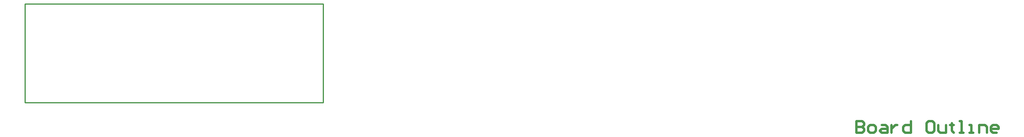
<source format=gm1>
G04 Layer_Color=16711935*
%FSLAX25Y25*%
%MOIN*%
G70*
G01*
G75*
%ADD46C,0.01000*%
%ADD50C,0.02000*%
D46*
X15000Y57500D02*
Y142500D01*
Y57500D02*
X270000D01*
Y142500D01*
X15000D02*
X270000D01*
D50*
X725945Y41564D02*
Y31567D01*
X730943D01*
X732609Y33233D01*
Y34899D01*
X730943Y36565D01*
X725945D01*
X730943D01*
X732609Y38231D01*
Y39898D01*
X730943Y41564D01*
X725945D01*
X737608Y31567D02*
X740940D01*
X742606Y33233D01*
Y36565D01*
X740940Y38231D01*
X737608D01*
X735942Y36565D01*
Y33233D01*
X737608Y31567D01*
X747605Y38231D02*
X750937D01*
X752603Y36565D01*
Y31567D01*
X747605D01*
X745938Y33233D01*
X747605Y34899D01*
X752603D01*
X755935Y38231D02*
Y31567D01*
Y34899D01*
X757601Y36565D01*
X759268Y38231D01*
X760934D01*
X772597Y41564D02*
Y31567D01*
X767598D01*
X765932Y33233D01*
Y36565D01*
X767598Y38231D01*
X772597D01*
X790924Y41564D02*
X787592D01*
X785925Y39898D01*
Y33233D01*
X787592Y31567D01*
X790924D01*
X792590Y33233D01*
Y39898D01*
X790924Y41564D01*
X795922Y38231D02*
Y33233D01*
X797588Y31567D01*
X802587D01*
Y38231D01*
X807585Y39898D02*
Y38231D01*
X805919D01*
X809251D01*
X807585D01*
Y33233D01*
X809251Y31567D01*
X814250D02*
X817582D01*
X815916D01*
Y41564D01*
X814250D01*
X822580Y31567D02*
X825913D01*
X824247D01*
Y38231D01*
X822580D01*
X830911Y31567D02*
Y38231D01*
X835909D01*
X837576Y36565D01*
Y31567D01*
X845906D02*
X842574D01*
X840908Y33233D01*
Y36565D01*
X842574Y38231D01*
X845906D01*
X847572Y36565D01*
Y34899D01*
X840908D01*
M02*

</source>
